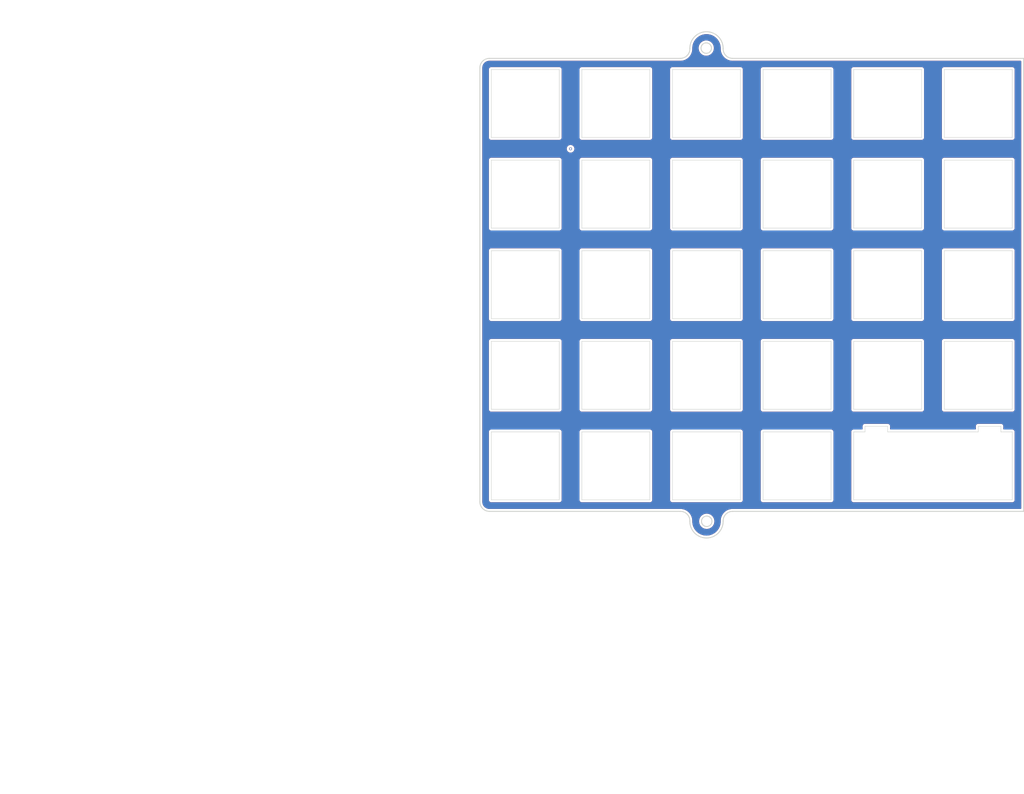
<source format=kicad_pcb>
(kicad_pcb (version 20211014) (generator pcbnew)
  (layers (0 "F.Cu" signal) (31 "B.Cu" signal) (34 "B.Paste" user) (35 "F.Paste" user) (36 "B.SilkS" user "B.Silkscreen") (37 "F.SilkS" user "F.Silkscreen") (38 "B.Mask" user) (39 "F.Mask" user) (44 "Edge.Cuts" user))
  (net 0 "")
  (gr_line (start 105.609041 43.577248) (end 91.321541 43.577248) (layer "Edge.Cuts") (width 0.1))
  (gr_line (start 91.321541 43.577248) (end 91.321541 57.864748) (layer "Edge.Cuts") (width 0.1))
  (gr_line (start 143.709041 62.627248) (end 129.421541 62.627248) (layer "Edge.Cuts") (width 0.1))
  (gr_line (start 110.371541 76.914748) (end 124.659041 76.914748) (layer "Edge.Cuts") (width 0.1))
  (gr_line (start 181.809041 43.577248) (end 181.809041 57.864748) (layer "Edge.Cuts") (width 0.1))
  (gr_line (start 181.809041 57.864748) (end 167.521541 57.864748) (layer "Edge.Cuts") (width 0.1))
  (gr_line (start 91.321541 115.014748) (end 105.609041 115.014748) (layer "Edge.Cuts") (width 0.1))
  (gr_line (start 105.609041 100.727248) (end 91.321541 100.727248) (layer "Edge.Cuts") (width 0.1))
  (gr_line (start 148.471541 57.864748) (end 148.471541 43.577248) (layer "Edge.Cuts") (width 0.1))
  (gr_line (start 148.471541 43.577248) (end 162.759041 43.577248) (layer "Edge.Cuts") (width 0.1))
  (gr_line (start 143.709041 43.577248) (end 129.421541 43.577248) (layer "Edge.Cuts") (width 0.1))
  (gr_line (start 129.421541 43.577248) (end 129.421541 57.864748) (layer "Edge.Cuts") (width 0.1))
  (gr_line (start 129.421541 57.864748) (end 143.709041 57.864748) (layer "Edge.Cuts") (width 0.1))
  (gr_line (start 143.709041 57.864748) (end 143.709041 43.577248) (layer "Edge.Cuts") (width 0.1))
  (gr_line (start 124.659041 43.577248) (end 110.371541 43.577248) (layer "Edge.Cuts") (width 0.1))
  (gr_line (start 110.371541 43.577248) (end 110.371541 57.864748) (layer "Edge.Cuts") (width 0.1))
  (gr_line (start 167.521541 57.864748) (end 167.521541 43.577248) (layer "Edge.Cuts") (width 0.1))
  (gr_line (start 167.521541 43.577248) (end 181.809041 43.577248) (layer "Edge.Cuts") (width 0.1))
  (gr_line (start 91.321541 57.864748) (end 105.609041 57.864748) (layer "Edge.Cuts") (width 0.1))
  (gr_line (start 91.321541 76.914748) (end 105.609041 76.914748) (layer "Edge.Cuts") (width 0.1))
  (gr_line (start 110.371541 57.864748) (end 124.659041 57.864748) (layer "Edge.Cuts") (width 0.1))
  (gr_line (start 124.659041 57.864748) (end 124.659041 43.577248) (layer "Edge.Cuts") (width 0.1))
  (gr_line (start 105.609041 57.864748) (end 105.609041 43.577248) (layer "Edge.Cuts") (width 0.1))
  (gr_line (start 200.859041 134.064748) (end 200.859041 119.777248) (layer "Edge.Cuts") (width 0.1))
  (gr_line (start 169.902677 119.777356) (end 167.521425 119.777356) (layer "Edge.Cuts") (width 0.1))
  (gr_line (start 174.665181 118.58673) (end 174.665181 119.777356) (layer "Edge.Cuts") (width 0.1))
  (gr_line (start 198.477701 118.58673) (end 198.477701 119.777356) (layer "Edge.Cuts") (width 0.1))
  (gr_line (start 169.902677 119.777356) (end 169.902677 118.58673) (layer "Edge.Cuts") (width 0.1))
  (gr_line (start 200.859041 119.777248) (end 198.477701 119.777356) (layer "Edge.Cuts") (width 0.1))
  (gr_line (start 193.715197 119.777356) (end 193.715197 118.58673) (layer "Edge.Cuts") (width 0.1))
  (gr_line (start 200.859041 62.627248) (end 186.571541 62.627248) (layer "Edge.Cuts") (width 0.1))
  (gr_line (start 181.809041 62.627248) (end 181.809041 76.914748) (layer "Edge.Cuts") (width 0.1))
  (gr_line (start 186.571541 76.914748) (end 200.859041 76.914748) (layer "Edge.Cuts") (width 0.1))
  (gr_line (start 148.471541 62.627248) (end 162.759041 62.627248) (layer "Edge.Cuts") (width 0.1))
  (gr_line (start 186.571541 81.677248) (end 186.571541 95.964748) (layer "Edge.Cuts") (width 0.1))
  (gr_line (start 129.421541 62.627248) (end 129.421541 76.914748) (layer "Edge.Cuts") (width 0.1))
  (gr_line (start 200.859041 76.914748) (end 200.859041 62.627248) (layer "Edge.Cuts") (width 0.1))
  (gr_line (start 91.321541 62.627248) (end 91.321541 76.914748) (layer "Edge.Cuts") (width 0.1))
  (gr_line (start 91.321541 95.964836) (end 105.609041 95.964836) (layer "Edge.Cuts") (width 0.1))
  (gr_line (start 129.421541 95.964748) (end 143.709041 95.964748) (layer "Edge.Cuts") (width 0.1))
  (gr_line (start 124.659041 95.964748) (end 124.659041 81.677248) (layer "Edge.Cuts") (width 0.1))
  (gr_line (start 200.859041 43.577248) (end 186.571541 43.577248) (layer "Edge.Cuts") (width 0.1))
  (gr_line (start 110.371541 81.677248) (end 110.371541 95.964748) (layer "Edge.Cuts") (width 0.1))
  (gr_line (start 105.609041 95.964748) (end 105.609041 81.677248) (layer "Edge.Cuts") (width 0.1))
  (gr_line (start 105.609041 76.914748) (end 105.609041 62.627248) (layer "Edge.Cuts") (width 0.1))
  (gr_line (start 167.521541 100.727248) (end 181.809041 100.727248) (layer "Edge.Cuts") (width 0.1))
  (gr_line (start 129.421541 134.064748) (end 143.709041 134.064748) (layer "Edge.Cuts") (width 0.1))
  (gr_line (start 110.371541 115.014748) (end 124.659041 115.014748) (layer "Edge.Cuts") (width 0.1))
  (gr_line (start 181.809041 100.727248) (end 181.809041 115.014748) (layer "Edge.Cuts") (width 0.1))
  (gr_line (start 200.859041 115.014748) (end 200.859041 100.727248) (layer "Edge.Cuts") (width 0.1))
  (gr_line (start 162.759041 100.727248) (end 162.759041 115.014748) (layer "Edge.Cuts") (width 0.1))
  (gr_line (start 129.421541 81.677248) (end 129.421541 95.964748) (layer "Edge.Cuts") (width 0.1))
  (gr_line (start 129.421541 100.727248) (end 129.421541 115.014748) (layer "Edge.Cuts") (width 0.1))
  (gr_line (start 181.809041 95.964748) (end 167.521541 95.964748) (layer "Edge.Cuts") (width 0.1))
  (gr_line (start 186.571541 100.727248) (end 186.571541 115.014748) (layer "Edge.Cuts") (width 0.1))
  (gr_line (start 200.859041 95.964748) (end 200.859041 81.677248) (layer "Edge.Cuts") (width 0.1))
  (gr_line (start 129.421541 115.014748) (end 143.709041 115.014748) (layer "Edge.Cuts") (width 0.1))
  (gr_line (start 193.715197 119.777356) (end 174.665181 119.777356) (layer "Edge.Cuts") (width 0.1))
  (gr_line (start 162.759041 115.014748) (end 148.471541 115.014748) (layer "Edge.Cuts") (width 0.1))
  (gr_line (start 110.371541 119.777248) (end 110.371541 134.064748) (layer "Edge.Cuts") (width 0.1))
  (gr_line (start 143.709041 115.014748) (end 143.709041 100.727248) (layer "Edge.Cuts") (width 0.1))
  (gr_line (start 143.709041 134.064748) (end 143.709041 119.777248) (layer "Edge.Cuts") (width 0.1))
  (gr_line (start 124.659041 115.014748) (end 124.659041 100.727248) (layer "Edge.Cuts") (width 0.1))
  (gr_line (start 148.471541 134.064748) (end 148.471541 119.777248) (layer "Edge.Cuts") (width 0.1))
  (gr_line (start 167.521541 115.014748) (end 167.521541 100.727248) (layer "Edge.Cuts") (width 0.1))
  (gr_line (start 162.759041 134.064748) (end 148.471541 134.064748) (layer "Edge.Cuts") (width 0.1))
  (gr_line (start 181.809041 115.014748) (end 167.521541 115.014748) (layer "Edge.Cuts") (width 0.1))
  (gr_line (start 110.371541 134.064748) (end 124.659041 134.064748) (layer "Edge.Cuts") (width 0.1))
  (gr_line (start 148.471541 100.727248) (end 162.759041 100.727248) (layer "Edge.Cuts") (width 0.1))
  (gr_line (start 124.659041 134.064748) (end 124.659041 119.777248) (layer "Edge.Cuts") (width 0.1))
  (gr_line (start 148.471541 115.014748) (end 148.471541 100.727248) (layer "Edge.Cuts") (width 0.1))
  (gr_line (start 148.471541 95.964748) (end 148.471541 81.677248) (layer "Edge.Cuts") (width 0.1))
  (gr_line (start 162.759041 81.677248) (end 162.759041 95.964748) (layer "Edge.Cuts") (width 0.1))
  (gr_line (start 148.471541 81.677248) (end 162.759041 81.677248) (layer "Edge.Cuts") (width 0.1))
  (gr_line (start 124.659041 100.727248) (end 110.371541 100.727248) (layer "Edge.Cuts") (width 0.1))
  (gr_line (start 162.759041 57.864748) (end 148.471541 57.864748) (layer "Edge.Cuts") (width 0.1))
  (gr_line (start 200.859041 100.727248) (end 186.571541 100.727248) (layer "Edge.Cuts") (width 0.1))
  (gr_line (start 143.709041 100.727248) (end 129.421541 100.727248) (layer "Edge.Cuts") (width 0.1))
  (gr_line (start 181.809041 81.677248) (end 181.809041 95.964748) (layer "Edge.Cuts") (width 0.1))
  (gr_line (start 124.659041 81.677248) (end 110.371541 81.677248) (layer "Edge.Cuts") (width 0.1))
  (gr_line (start 162.759041 43.577248) (end 162.759041 57.864748) (layer "Edge.Cuts") (width 0.1))
  (gr_line (start 167.521541 134.064748) (end 167.521541 119.777248) (layer "Edge.Cuts") (width 0.1))
  (gr_line (start 186.571541 43.577248) (end 186.571541 57.864748) (layer "Edge.Cuts") (width 0.1))
  (gr_line (start 186.571541 57.864748) (end 200.859041 57.864748) (layer "Edge.Cuts") (width 0.1))
  (gr_line (start 167.521541 134.064748) (end 200.859041 134.064748) (layer "Edge.Cuts") (width 0.1))
  (gr_line (start 186.571541 62.627248) (end 186.571541 76.914748) (layer "Edge.Cuts") (width 0.1))
  (gr_line (start 167.521541 62.627248) (end 181.809041 62.627248) (layer "Edge.Cuts") (width 0.1))
  (gr_line (start 162.759041 76.914748) (end 148.471541 76.914748) (layer "Edge.Cuts") (width 0.1))
  (gr_line (start 105.609041 134.064748) (end 105.609041 119.777248) (layer "Edge.Cuts") (width 0.1))
  (gr_line (start 162.759041 119.777248) (end 162.759041 134.064748) (layer "Edge.Cuts") (width 0.1))
  (gr_line (start 193.715197 118.58673) (end 198.477701 118.58673) (layer "Edge.Cuts") (width 0.1))
  (gr_line (start 186.571541 115.014748) (end 200.859041 115.014748) (layer "Edge.Cuts") (width 0.1))
  (gr_line (start 110.371541 100.727248) (end 110.371541 115.014748) (layer "Edge.Cuts") (width 0.1))
  (gr_line (start 129.421541 119.777248) (end 129.421541 134.064748) (layer "Edge.Cuts") (width 0.1))
  (gr_line (start 124.659041 119.777248) (end 110.371541 119.777248) (layer "Edge.Cuts") (width 0.1))
  (gr_line (start 143.709041 119.777248) (end 129.421541 119.777248) (layer "Edge.Cuts") (width 0.1))
  (gr_line (start 169.902677 118.58673) (end 174.665181 118.58673) (layer "Edge.Cuts") (width 0.1))
  (gr_line (start 91.321541 119.777248) (end 91.321541 134.064748) (layer "Edge.Cuts") (width 0.1))
  (gr_line (start 105.609041 119.777248) (end 91.321541 119.777248) (layer "Edge.Cuts") (width 0.1))
  (gr_line (start 91.321541 134.064748) (end 105.609041 134.064748) (layer "Edge.Cuts") (width 0.1))
  (gr_line (start 105.609041 62.627248) (end 91.321541 62.627248) (layer "Edge.Cuts") (width 0.1))
  (gr_line (start 91.321541 81.677248) (end 91.321541 95.964748) (layer "Edge.Cuts") (width 0.1))
  (gr_line (start 105.609041 81.677248) (end 91.321541 81.677248) (layer "Edge.Cuts") (width 0.1))
  (gr_line (start 200.859041 57.864748) (end 200.859041 43.577248) (layer "Edge.Cuts") (width 0.1))
  (gr_line (start 162.759041 62.627248) (end 162.759041 76.914748) (layer "Edge.Cuts") (width 0.1))
  (gr_line (start 167.521541 81.677248) (end 181.809041 81.677248) (layer "Edge.Cuts") (width 0.1))
  (gr_line (start 143.709041 81.677248) (end 129.421541 81.677248) (layer "Edge.Cuts") (width 0.1))
  (gr_line (start 148.471541 76.914748) (end 148.471541 62.627248) (layer "Edge.Cuts") (width 0.1))
  (gr_line (start 167.521541 95.964748) (end 167.521541 81.677248) (layer "Edge.Cuts") (width 0.1))
  (gr_line (start 200.859041 81.677248) (end 186.571541 81.677248) (layer "Edge.Cuts") (width 0.1))
  (gr_line (start 143.709041 95.964748) (end 143.709041 81.677248) (layer "Edge.Cuts") (width 0.1))
  (gr_line (start 186.571541 95.964748) (end 200.859041 95.964748) (layer "Edge.Cuts") (width 0.1))
  (gr_line (start 162.759041 95.964748) (end 148.471541 95.964748) (layer "Edge.Cuts") (width 0.1))
  (gr_line (start 167.521541 76.914748) (end 167.521541 62.627248) (layer "Edge.Cuts") (width 0.1))
  (gr_line (start 124.659041 62.627248) (end 110.371541 62.627248) (layer "Edge.Cuts") (width 0.1))
  (gr_line (start 110.371541 62.627248) (end 110.371541 76.914748) (layer "Edge.Cuts") (width 0.1))
  (gr_line (start 105.609041 115.014748) (end 105.609041 100.727248) (layer "Edge.Cuts") (width 0.1))
  (gr_line (start 91.321541 100.727248) (end 91.321541 115.014748) (layer "Edge.Cuts") (width 0.1))
  (gr_line (start 124.659041 76.914748) (end 124.659041 62.627248) (layer "Edge.Cuts") (width 0.1))
  (gr_line (start 181.809041 76.914748) (end 167.521541 76.914748) (layer "Edge.Cuts") (width 0.1))
  (gr_line (start 148.471541 119.777248) (end 162.759041 119.777248) (layer "Edge.Cuts") (width 0.1))
  (gr_line (start 110.371541 95.964748) (end 124.659041 95.964748) (layer "Edge.Cuts") (width 0.1))
  (gr_line (start 143.709041 76.914748) (end 143.709041 62.627248) (layer "Edge.Cuts") (width 0.1))
  (gr_line (start 129.421541 76.914748) (end 143.709041 76.914748) (layer "Edge.Cuts") (width 0.1))
  (gr_line (start 88.922459 134.479252) (end 88.922459 43.229127) (layer "Edge.Cuts") (width 0.2))
  (gr_arc (start 88.922459 43.229127) (mid 89.508245 41.814913) (end 90.922459 41.229127) (layer "Edge.Cuts") (width 0.2))
  (gr_line (start 90.922459 41.229127) (end 131.095948 41.229127) (layer "Edge.Cuts") (width 0.2))
  (gr_arc (start 133.073633 39.22925) (mid 132.495715 40.635553) (end 131.095948 41.229127) (layer "Edge.Cuts") (width 0.2))
  (gr_line (start 133.073633 39.229252) (end 133.073633 39.129252) (layer "Edge.Cuts") (width 0.2))
  (gr_arc (start 133.073633 39.129252) (mid 136.573633 35.629252) (end 140.073633 39.129252) (layer "Edge.Cuts") (width 0.2))
  (gr_line (start 140.073633 39.129252) (end 140.073633 39.229251) (layer "Edge.Cuts") (width 0.2))
  (gr_arc (start 142.051317 41.229126) (mid 140.651551 40.635553) (end 140.073633 39.229251) (layer "Edge.Cuts") (width 0.2))
  (gr_line (start 142.051317 41.229127) (end 203.258123 41.229127) (layer "Edge.Cuts") (width 0.2))
  (gr_line (start 203.258123 136.479252) (end 142.073633 136.479252) (layer "Edge.Cuts") (width 0.2))
  (gr_arc (start 140.073633 138.479252) (mid 140.659419 137.065038) (end 142.073633 136.479252) (layer "Edge.Cuts") (width 0.2))
  (gr_line (start 140.073633 138.479252) (end 140.073633 138.579252) (layer "Edge.Cuts") (width 0.2))
  (gr_arc (start 140.073633 138.579252) (mid 136.573633 142.079252) (end 133.073633 138.579252) (layer "Edge.Cuts") (width 0.2))
  (gr_line (start 133.073633 138.579252) (end 133.073633 138.479252) (layer "Edge.Cuts") (width 0.2))
  (gr_arc (start 131.073632 136.479251) (mid 132.487846 137.065038) (end 133.073633 138.479252) (layer "Edge.Cuts") (width 0.2))
  (gr_line (start 131.073633 136.479252) (end 90.922459 136.479251) (layer "Edge.Cuts") (width 0.2))
  (gr_arc (start 90.92246 136.479251) (mid 89.508246 135.893465) (end 88.922459 134.479252) (layer "Edge.Cuts") (width 0.2))
  (gr_circle (center 136.621844 138.571175) (end 137.721844 138.571175) (layer "Edge.Cuts") (width 0.2) (fill none))
  (gr_circle (center 136.521844 39.071175) (end 137.621843 39.071175) (layer "Edge.Cuts") (width 0.2) (fill none))
  (gr_line (start 203.258123 41.229127) (end 203.258123 136.479252) (layer "Edge.Cuts") (width 0.2))
  (via (at 107.990291 60.245998) (size 0.6) (drill 0.4) (layers "F.Cu" "B.Cu") (net 0))
  (zone (net 0) (net_name "") (layer "F.Cu") (connect_pads (clearance 0.508)) (min_thickness 0.254) (fill yes (thermal_gap 0.508) (thermal_bridge_width 0.508))
    (polygon (pts (xy 203.240291 41.195998) (xy 203.240291 136.445998) (xy 136.565291 141.922873) (xy 88.940291 136.445998) (xy 89.178416 41.434123) (xy 88.940291 41.195998) (xy 136.803416 35.480998)))
  )
  (zone (net 0) (net_name "") (layer "B.Cu") (connect_pads (clearance 0.508)) (min_thickness 0.254) (fill yes (thermal_gap 0.508) (thermal_bridge_width 0.508))
    (polygon (pts (xy 203.240291 41.256866) (xy 203.240291 136.506866) (xy 136.565291 141.983741) (xy 88.940291 136.506866) (xy 89.178416 41.494991) (xy 88.940291 41.256866) (xy 136.803416 35.541866)))
  )
)
</source>
